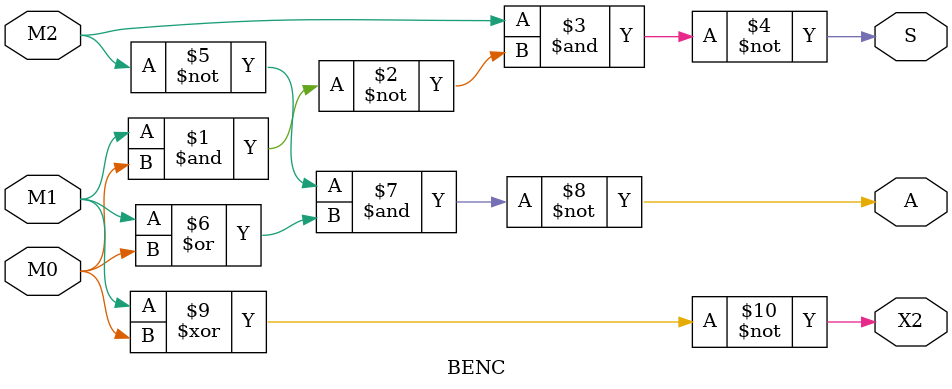
<source format=sv>
/* Booth Encoding cell.
 *
 * The M2, M1, and M1 inputs are the three bits from the multiplier
 * that are used to derive the Partial Product.
 */
module BENC #(parameter WIDTH=1)
(
    input  wire [WIDTH-1:0]  M0,
	input  wire [WIDTH-1:0]  M1,
	input  wire [WIDTH-1:0]  M2,
	output wire [WIDTH-1:0]  S,
	output wire [WIDTH-1:0]  A,
	output wire [WIDTH-1:0]  X2
);
    
    assign S  = ~(M2 & (~(M1 & M0)));
    
	assign A  = ~(~M2 & (M1 | M0));
	
	assign X2 = ~(M1 ^ M0);
	
endmodule

</source>
